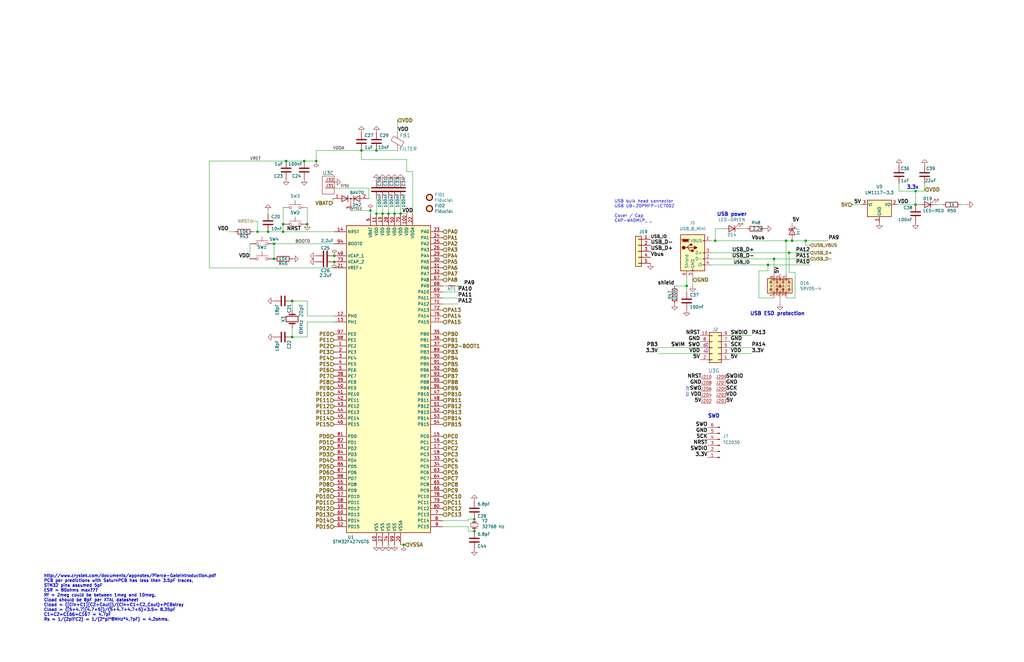
<source format=kicad_sch>
(kicad_sch (version 20211123) (generator eeschema)
  (paper "B")
  (title_block (title "microRusEFI-2L") (date "2022-04-10") (rev "R0.6.0") (company "rusEFI.com") (comment 1 "Donald Becker") (comment 2 "AI6OD"))
  (junction (at 123.19 142.24))
  (junction (at 133.35 67.945))
  (junction (at 332.74 106.68))
  (junction (at 140.97 107.95))
  (junction (at 166.37 90.17))
  (junction (at 168.91 90.17))
  (junction (at 163.83 90.17))
  (junction (at 161.29 90.17))
  (junction (at 323.85 111.76))
  (junction (at 119.38 94.615))
  (junction (at 140.97 110.49))
  (junction (at 113.03 97.79))
  (junction (at 119.38 97.79))
  (junction (at 158.75 63.5))
  (junction (at 170.18 229.87))
  (junction (at 301.625 101.6))
  (junction (at 123.19 127))
  (junction (at 156.21 88.9))
  (junction (at 386.08 86.36))
  (junction (at 120.65 67.945))
  (junction (at 331.47 101.6))
  (junction (at 152.4 63.5))
  (junction (at 128.27 67.945))
  (junction (at 200.025 224.155))
  (junction (at 158.75 90.17))
  (junction (at 326.39 109.22))
  (junction (at 129.54 94.615))
  (junction (at 386.08 80.645))
  (junction (at 115.57 102.87))
  (junction (at 115.57 109.22))
  (junction (at 339.725 101.6))
  (junction (at 200.025 219.075))
  (junction (at 108.585 97.79))
  (junction (at 289.56 120.65))
  (junction (at 334.01 101.6))
  (polyline (pts (xy 290.195 163.195) (xy 290.195 167.005)))
  (wire (pts (xy 170.18 229.87) (xy 170.815 229.87)))
  (wire (pts (xy 88.265 67.945) (xy 88.265 113.03)))
  (wire (pts (xy 163.83 90.17) (xy 166.37 90.17)))
  (wire (pts (xy 301.625 96.52) (xy 301.625 101.6)))
  (wire (pts (xy 128.27 67.945) (xy 133.35 67.945)))
  (wire (pts (xy 326.39 109.22) (xy 326.39 115.57)))
  (wire (pts (xy 320.04 125.73) (xy 326.39 125.73)))
  (wire (pts (xy 129.54 87.63) (xy 129.54 94.615)))
  (wire (pts (xy 123.19 127) (xy 123.19 130.81)))
  (wire (pts (xy 326.39 109.22) (xy 341.63 109.22)))
  (wire (pts (xy 405.13 86.36) (xy 407.67 86.36)))
  (wire (pts (xy 113.03 90.17) (xy 113.03 88.9)))
  (wire (pts (xy 129.54 127) (xy 129.54 133.35)))
  (wire (pts (xy 299.72 106.68) (xy 332.74 106.68)))
  (wire (pts (xy 186.69 128.27) (xy 193.04 128.27)))
  (polyline (pts (xy 290.195 167.005) (xy 289.56 167.005)))
  (wire (pts (xy 301.625 101.6) (xy 331.47 101.6)))
  (wire (pts (xy 119.38 87.63) (xy 119.38 94.615)))
  (wire (pts (xy 299.72 101.6) (xy 301.625 101.6)))
  (wire (pts (xy 379.095 80.645) (xy 386.08 80.645)))
  (wire (pts (xy 140.97 79.375) (xy 155.575 79.375)))
  (wire (pts (xy 289.56 116.84) (xy 289.56 120.65)))
  (wire (pts (xy 186.69 219.71) (xy 197.485 219.71)))
  (wire (pts (xy 389.89 80.645) (xy 386.08 80.645)))
  (wire (pts (xy 320.04 114.3) (xy 320.04 125.73)))
  (wire (pts (xy 389.89 77.47) (xy 389.89 80.645)))
  (wire (pts (xy 156.21 88.9) (xy 156.21 90.17)))
  (wire (pts (xy 119.38 97.79) (xy 140.97 97.79)))
  (wire (pts (xy 168.91 83.82) (xy 168.91 90.17)))
  (wire (pts (xy 152.4 63.5) (xy 152.4 67.31)))
  (wire (pts (xy 88.265 113.03) (xy 140.97 113.03)))
  (wire (pts (xy 105.41 109.22) (xy 105.41 102.87)))
  (polyline (pts (xy 289.56 167.005) (xy 289.56 163.195)))
  (wire (pts (xy 171.45 67.31) (xy 152.4 67.31)))
  (wire (pts (xy 155.575 79.375) (xy 155.575 83.82)))
  (wire (pts (xy 307.975 146.685) (xy 316.865 146.685)))
  (wire (pts (xy 323.85 114.3) (xy 323.85 111.76)))
  (wire (pts (xy 394.97 86.36) (xy 397.51 86.36)))
  (wire (pts (xy 386.08 86.36) (xy 387.35 86.36)))
  (wire (pts (xy 129.54 135.89) (xy 129.54 142.24)))
  (wire (pts (xy 140.335 83.82) (xy 140.335 85.725)))
  (wire (pts (xy 106.68 93.345) (xy 108.585 93.345)))
  (wire (pts (xy 108.585 93.345) (xy 108.585 97.79)))
  (wire (pts (xy 106.68 97.79) (xy 108.585 97.79)))
  (wire (pts (xy 99.06 97.79) (xy 96.52 97.79)))
  (wire (pts (xy 335.28 125.73) (xy 335.28 114.935)))
  (wire (pts (xy 378.46 86.36) (xy 386.08 86.36)))
  (wire (pts (xy 120.65 67.945) (xy 128.27 67.945)))
  (wire (pts (xy 133.35 63.5) (xy 133.35 67.945)))
  (wire (pts (xy 323.85 111.76) (xy 341.63 111.76)))
  (wire (pts (xy 186.69 125.73) (xy 193.04 125.73)))
  (wire (pts (xy 295.275 146.685) (xy 277.495 146.685)))
  (wire (pts (xy 331.47 101.6) (xy 331.47 115.57)))
  (wire (pts (xy 284.48 120.65) (xy 289.56 120.65)))
  (wire (pts (xy 119.38 94.615) (xy 119.38 97.79)))
  (wire (pts (xy 379.095 77.47) (xy 379.095 80.645)))
  (wire (pts (xy 173.99 72.39) (xy 171.45 72.39)))
  (wire (pts (xy 168.91 229.87) (xy 170.18 229.87)))
  (wire (pts (xy 115.57 102.87) (xy 140.97 102.87)))
  (wire (pts (xy 292.1 116.84) (xy 292.1 120.65)))
  (polyline (pts (xy 298.45 144.78) (xy 298.45 148.59)))
  (wire (pts (xy 88.265 67.945) (xy 120.65 67.945)))
  (wire (pts (xy 186.69 120.65) (xy 187.96 120.65)))
  (wire (pts (xy 323.85 114.3) (xy 320.04 114.3)))
  (wire (pts (xy 158.75 90.17) (xy 161.29 90.17)))
  (wire (pts (xy 331.47 125.73) (xy 335.28 125.73)))
  (wire (pts (xy 140.97 135.89) (xy 129.54 135.89)))
  (wire (pts (xy 161.29 83.82) (xy 161.29 90.17)))
  (wire (pts (xy 113.03 97.79) (xy 119.38 97.79)))
  (wire (pts (xy 171.45 67.31) (xy 171.45 72.39)))
  (wire (pts (xy 307.975 149.225) (xy 316.865 149.225)))
  (wire (pts (xy 289.56 120.65) (xy 289.56 123.19)))
  (polyline (pts (xy 298.45 148.59) (xy 297.815 148.59)))
  (wire (pts (xy 299.72 109.22) (xy 326.39 109.22)))
  (wire (pts (xy 173.99 90.17) (xy 173.99 72.39)))
  (wire (pts (xy 295.275 149.225) (xy 277.495 149.225)))
  (wire (pts (xy 133.35 63.5) (xy 152.4 63.5)))
  (wire (pts (xy 339.725 101.6) (xy 349.25 101.6)))
  (wire (pts (xy 386.08 80.645) (xy 386.08 86.36)))
  (polyline (pts (xy 297.815 148.59) (xy 297.815 144.78)))
  (wire (pts (xy 161.29 90.17) (xy 163.83 90.17)))
  (polyline (pts (xy 297.815 144.78) (xy 298.45 144.78)))
  (wire (pts (xy 108.585 97.79) (xy 113.03 97.79)))
  (wire (pts (xy 339.725 103.505) (xy 339.725 101.6)))
  (wire (pts (xy 332.74 106.68) (xy 341.63 106.68)))
  (wire (pts (xy 334.01 101.6) (xy 339.725 101.6)))
  (wire (pts (xy 186.69 222.25) (xy 197.485 222.25)))
  (wire (pts (xy 341.63 103.505) (xy 339.725 103.505)))
  (wire (pts (xy 197.485 219.71) (xy 197.485 219.075)))
  (wire (pts (xy 328.93 128.27) (xy 328.93 125.73)))
  (wire (pts (xy 197.485 219.075) (xy 200.025 219.075)))
  (wire (pts (xy 197.485 222.25) (xy 197.485 224.155)))
  (wire (pts (xy 167.64 50.8) (xy 167.64 55.88)))
  (wire (pts (xy 168.91 90.17) (xy 171.45 90.17)))
  (wire (pts (xy 140.97 133.35) (xy 129.54 133.35)))
  (wire (pts (xy 163.83 83.82) (xy 163.83 90.17)))
  (wire (pts (xy 115.57 109.22) (xy 115.57 102.87)))
  (wire (pts (xy 312.42 96.52) (xy 314.96 96.52)))
  (wire (pts (xy 301.625 96.52) (xy 304.8 96.52)))
  (wire (pts (xy 166.37 90.17) (xy 168.91 90.17)))
  (wire (pts (xy 123.19 138.43) (xy 123.19 142.24)))
  (wire (pts (xy 332.74 114.935) (xy 335.28 114.935)))
  (wire (pts (xy 363.22 86.36) (xy 359.41 86.36)))
  (wire (pts (xy 332.74 106.68) (xy 332.74 114.935)))
  (wire (pts (xy 331.47 101.6) (xy 334.01 101.6)))
  (wire (pts (xy 152.4 63.5) (xy 158.75 63.5)))
  (polyline (pts (xy 289.56 163.195) (xy 290.195 163.195)))
  (wire (pts (xy 129.54 127) (xy 123.19 127)))
  (wire (pts (xy 193.04 120.65) (xy 195.58 120.65)))
  (wire (pts (xy 129.54 142.24) (xy 123.19 142.24)))
  (wire (pts (xy 197.485 224.155) (xy 200.025 224.155)))
  (wire (pts (xy 158.75 63.5) (xy 167.64 63.5)))
  (wire (pts (xy 299.72 111.76) (xy 323.85 111.76)))
  (wire (pts (xy 307.975 141.605) (xy 316.865 141.605)))
  (wire (pts (xy 186.69 123.19) (xy 193.04 123.19)))
  (wire (pts (xy 147.955 88.9) (xy 156.21 88.9)))
  (wire (pts (xy 158.75 83.82) (xy 158.75 90.17)))
  (wire (pts (xy 166.37 83.82) (xy 166.37 90.17)))
  (text "SWD" (at 298.45 176.53 0) (effects (font (size 1.524 1.524) (thickness 0.3048) bold) (justify left bottom)))
  (text "USB bulk head connector\nUSB UB-20PMFP-LC7002\n\nCover / Cap\nCAP-WADMLP_ _" (at 259.08 93.98 0) (effects (font (size 1.27 1.27)) (justify left bottom)))
  (text "http://www.crystek.com/documents/appnotes/Pierce-GateIntroduction.pdf\nPCB per predictions with SaturnPCB has less then 3.5pF traces, \nSTM32 pins assumed 5pF\nESR = 80ohms max???\nRf = 2meg could be between 1meg and 10meg.\nCload should be 8pF per XTAL datasheet\nCload = ([Cin+C1][C2+Cout])/(Cin+C1+C2_Cout)+PCBstray\nCload = ([5+4.7][4.7+5])/(5+4.7+4.7+5)+3.5= 8.35pF\nC1=C2=C166=C167 = 4.7pF\nRs = 1/(2piFC2) = 1/(2*pi*8MHz*4.7pF) = 4.2ohms. " (at 18.415 262.255 0) (effects (font (size 1.27 1.27) (thickness 0.254) bold) (justify left bottom)))
  (text "3.3v" (at 382.27 80.01 0) (effects (font (size 1.524 1.524) (thickness 0.3048) bold) (justify left bottom)))
  (text "USB power" (at 302.26 91.44 0) (effects (font (size 1.524 1.524) (thickness 0.3048) bold) (justify left bottom)))
  (text "USB ESD protection" (at 316.23 133.35 0) (effects (font (size 1.524 1.524) (thickness 0.3048) bold) (justify left bottom)))
  (label "3.3V" (at 277.495 149.225 180) (effects (font (size 1.524 1.524) (thickness 0.3048) bold)))
  (label "GND" (at 298.45 182.88 180) (effects (font (size 1.524 1.524) (thickness 0.3048) bold)))
  (label "NRST" (at 295.275 141.605 180) (effects (font (size 1.524 1.524) (thickness 0.3048) bold)))
  (label "USB_D-" (at 274.32 103.505 0) (effects (font (size 1.524 1.524) (thickness 0.3048) bold)))
  (label "PA12" (at 193.04 128.27 0) (effects (font (size 1.524 1.524) (thickness 0.3048) bold)))
  (label "VDD" (at 169.545 90.17 0) (effects (font (size 1.524 1.524) (thickness 0.3048) bold)))
  (label "VDD" (at 378.46 86.36 0) (effects (font (size 1.524 1.524) (thickness 0.3048) bold)))
  (label "SCK" (at 298.45 185.42 180) (effects (font (size 1.524 1.524) (thickness 0.3048) bold)))
  (label "5V" (at 295.275 151.765 180) (effects (font (size 1.524 1.524) (thickness 0.3048) bold)))
  (label "3.3V" (at 316.865 149.225 0) (effects (font (size 1.524 1.524) (thickness 0.3048) bold)))
  (label "USB_ID" (at 274.32 100.965 0) (effects (font (thickness 0.254) bold)))
  (label "shield" (at 284.48 120.65 180) (effects (font (size 1.524 1.524) (thickness 0.3048) bold)))
  (label "SWO" (at 295.91 165.1 180) (effects (font (size 1.524 1.524) (thickness 0.3048) bold)))
  (label "SWDIO" (at 307.975 141.605 0) (effects (font (size 1.524 1.524) (thickness 0.3048) bold)))
  (label "VREF" (at 105.41 67.945 0))
  (label "Vrtc" (at 143.51 79.375 0))
  (label "NRST" (at 127 97.79 180) (effects (font (size 1.524 1.524) (thickness 0.3048) bold)))
  (label "USB_ID" (at 309.245 111.76 0) (effects (font (thickness 0.254) bold)))
  (label "SWIM" (at 288.925 146.685 180) (effects (font (size 1.524 1.524) (thickness 0.3048) bold)))
  (label "PA10" (at 193.04 123.19 0) (effects (font (size 1.524 1.524) (thickness 0.3048) bold)))
  (label "5V" (at 307.975 151.765 0) (effects (font (size 1.524 1.524) (thickness 0.3048) bold)))
  (label "SWO" (at 295.275 146.685 180) (effects (font (size 1.524 1.524) (thickness 0.3048) bold)))
  (label "GND" (at 295.275 144.145 180) (effects (font (size 1.524 1.524) (thickness 0.3048) bold)))
  (label "NRST" (at 298.45 187.96 180) (effects (font (size 1.524 1.524) (thickness 0.3048) bold)))
  (label "VDD" (at 307.975 149.225 0) (effects (font (size 1.524 1.524) (thickness 0.3048) bold)))
  (label "VDD" (at 295.275 149.225 180) (effects (font (size 1.524 1.524) (thickness 0.3048) bold)))
  (label "PB3" (at 277.495 146.685 180) (effects (font (size 1.524 1.524) (thickness 0.3048) bold)))
  (label "5V" (at 363.22 86.36 180) (effects (font (size 1.524 1.524) (thickness 0.3048) bold)))
  (label "GND" (at 306.07 162.56 0) (effects (font (size 1.524 1.524) (thickness 0.3048) bold)))
  (label "PA12" (at 341.63 106.68 180) (effects (font (size 1.524 1.524) (thickness 0.3048) bold)))
  (label "PA11" (at 193.04 125.73 0) (effects (font (size 1.524 1.524) (thickness 0.3048) bold)))
  (label "USB_D+" (at 274.32 106.045 0) (effects (font (size 1.524 1.524) (thickness 0.3048) bold)))
  (label "PA13" (at 316.865 141.605 0) (effects (font (size 1.524 1.524) (thickness 0.3048) bold)))
  (label "PA14" (at 316.865 146.685 0) (effects (font (size 1.524 1.524) (thickness 0.3048) bold)))
  (label "3.3V" (at 298.45 193.04 180) (effects (font (size 1.524 1.524) (thickness 0.3048) bold)))
  (label "SWDIO" (at 306.07 160.02 0) (effects (font (size 1.524 1.524) (thickness 0.3048) bold)))
  (label "Vrtcc" (at 147.955 88.9 0))
  (label "GND" (at 307.975 144.145 0) (effects (font (size 1.524 1.524) (thickness 0.3048) bold)))
  (label "PA11" (at 341.63 109.22 180) (effects (font (size 1.524 1.524) (thickness 0.3048) bold)))
  (label "SCK" (at 306.07 165.1 0) (effects (font (size 1.524 1.524) (thickness 0.3048) bold)))
  (label "5V" (at 306.07 170.18 0) (effects (font (size 1.524 1.524) (thickness 0.3048) bold)))
  (label "VDD" (at 105.41 109.22 180) (effects (font (size 1.524 1.524) (thickness 0.3048) bold)))
  (label "BOOT0" (at 124.46 102.87 0))
  (label "PA9" (at 349.25 101.6 0) (effects (font (size 1.524 1.524) (thickness 0.3048) bold)))
  (label "VDD" (at 295.91 167.64 180) (effects (font (size 1.524 1.524) (thickness 0.3048) bold)))
  (label "5V" (at 295.91 170.18 180) (effects (font (size 1.524 1.524) (thickness 0.3048) bold)))
  (label "NRST" (at 295.91 160.02 180) (effects (font (size 1.524 1.524) (thickness 0.3048) bold)))
  (label "5V" (at 334.01 93.98 0) (effects (font (size 1.524 1.524) (thickness 0.3048) bold)))
  (label "USB_D+" (at 308.61 106.68 0) (effects (font (size 1.524 1.524) (thickness 0.3048) bold)))
  (label "GND" (at 295.91 162.56 180) (effects (font (size 1.524 1.524) (thickness 0.3048) bold)))
  (label "Vbus" (at 274.32 108.585 0) (effects (font (size 1.524 1.524) (thickness 0.3048) bold)))
  (label "VDD" (at 96.52 97.79 180) (effects (font (size 1.524 1.524) (thickness 0.3048) bold)))
  (label "VDD" (at 167.64 55.88 0) (effects (font (size 1.524 1.524) (thickness 0.3048) bold)))
  (label "5V" (at 328.93 115.57 90) (effects (font (size 1.524 1.524) (thickness 0.3048) bold)))
  (label "SCK" (at 307.975 146.685 0) (effects (font (size 1.524 1.524) (thickness 0.3048) bold)))
  (label "SWO" (at 298.45 180.34 180) (effects (font (size 1.524 1.524) (thickness 0.3048) bold)))
  (label "SWDIO" (at 298.45 190.5 180) (effects (font (size 1.524 1.524) (thickness 0.3048) bold)))
  (label "VDD" (at 306.07 167.64 0) (effects (font (size 1.524 1.524) (thickness 0.3048) bold)))
  (label "PA10" (at 341.63 111.76 180) (effects (font (size 1.524 1.524) (thickness 0.3048) bold)))
  (label "Vbus" (at 322.58 101.6 180) (effects (font (size 1.524 1.524) (thickness 0.3048) bold)))
  (label "USB_D-" (at 308.61 109.22 0) (effects (font (size 1.524 1.524) (thickness 0.3048) bold)))
  (label "PA9" (at 195.58 120.65 0) (effects (font (size 1.524 1.524) (thickness 0.3048) bold)))
  (label "VDDA" (at 140.335 63.5 0))
  (hierarchical_label "PA2" (shape input) (at 186.69 102.87 0) (effects (font (size 1.524 1.524) (thickness 0.3048) bold)))
  (hierarchical_label "PD14" (shape input) (at 140.97 219.71 180) (effects (font (size 1.524 1.524) (thickness 0.3048) bold)))
  (hierarchical_label "PA5" (shape input) (at 186.69 110.49 0) (effects (font (size 1.524 1.524) (thickness 0.3048) bold)))
  (hierarchical_label "PB8" (shape input) (at 186.69 161.29 0) (effects (font (size 1.524 1.524) (thickness 0.3048) bold)))
  (hierarchical_label "PE3" (shape input) (at 140.97 148.59 180) (effects (font (size 1.524 1.524) (thickness 0.3048) bold)))
  (hierarchical_label "PD9" (shape input) (at 140.97 207.01 180) (effects (font (size 1.524 1.524) (thickness 0.3048) bold)))
  (hierarchical_label "USB_D-" (shape input) (at 341.63 109.22 0) (effects (font (thickness 0.254) bold)))
  (hierarchical_label "PA8" (shape input) (at 186.69 118.11 0) (effects (font (size 1.524 1.524) (thickness 0.3048) bold)))
  (hierarchical_label "PC1" (shape input) (at 186.69 186.69 0) (effects (font (size 1.524 1.524) (thickness 0.3048) bold)))
  (hierarchical_label "PE2" (shape input) (at 140.97 146.05 180) (effects (font (size 1.524 1.524) (thickness 0.3048) bold)))
  (hierarchical_label "5V" (shape input) (at 359.41 86.36 180) (effects (font (size 1.524 1.524) (thickness 0.3048) bold)))
  (hierarchical_label "PC12" (shape input) (at 186.69 214.63 0) (effects (font (size 1.524 1.524) (thickness 0.3048) bold)))
  (hierarchical_label "PE15" (shape input) (at 140.97 179.07 180) (effects (font (size 1.524 1.524) (thickness 0.3048) bold)))
  (hierarchical_label "USB_VBUS" (shape input) (at 341.63 103.505 0) (effects (font (thickness 0.254) bold)))
  (hierarchical_label "PA0" (shape input) (at 186.69 97.79 0) (effects (font (size 1.524 1.524) (thickness 0.3048) bold)))
  (hierarchical_label "PA15" (shape input) (at 186.69 135.89 0) (effects (font (size 1.524 1.524) (thickness 0.3048) bold)))
  (hierarchical_label "PC8" (shape input) (at 186.69 204.47 0) (effects (font (size 1.524 1.524) (thickness 0.3048) bold)))
  (hierarchical_label "PD11" (shape input) (at 140.97 212.09 180) (effects (font (size 1.524 1.524) (thickness 0.3048) bold)))
  (hierarchical_label "PE13" (shape input) (at 140.97 173.99 180) (effects (font (size 1.524 1.524) (thickness 0.3048) bold)))
  (hierarchical_label "PA1" (shape input) (at 186.69 100.33 0) (effects (font (size 1.524 1.524) (thickness 0.3048) bold)))
  (hierarchical_label "PD1" (shape input) (at 140.97 186.69 180) (effects (font (size 1.524 1.524) (thickness 0.3048) bold)))
  (hierarchical_label "PB5" (shape input) (at 186.69 153.67 0) (effects (font (size 1.524 1.524) (thickness 0.3048) bold)))
  (hierarchical_label "PC0" (shape input) (at 186.69 184.15 0) (effects (font (size 1.524 1.524) (thickness 0.3048) bold)))
  (hierarchical_label "VSSA" (shape input) (at 170.815 229.87 0) (effects (font (size 1.524 1.524) (thickness 0.3048) bold)))
  (hierarchical_label "PC6" (shape input) (at 186.69 199.39 0) (effects (font (size 1.524 1.524) (thickness 0.3048) bold)))
  (hierarchical_label "PD12" (shape input) (at 140.97 214.63 180) (effects (font (size 1.524 1.524) (thickness 0.3048) bold)))
  (hierarchical_label "PB3" (shape input) (at 186.69 148.59 0) (effects (font (size 1.524 1.524) (thickness 0.3048) bold)))
  (hierarchical_label "PE14" (shape input) (at 140.97 176.53 180) (effects (font (size 1.524 1.524) (thickness 0.3048) bold)))
  (hierarchical_label "PC9" (shape input) (at 186.69 207.01 0) (effects (font (size 1.524 1.524) (thickness 0.3048) bold)))
  (hierarchical_label "PD7" (shape input) (at 140.97 201.93 180) (effects (font (size 1.524 1.524) (thickness 0.3048) bold)))
  (hierarchical_label "PB0" (shape input) (at 186.69 140.97 0) (effects (font (size 1.524 1.524) (thickness 0.3048) bold)))
  (hierarchical_label "NRST" (shape bidirectional) (at 106.68 93.345 180))
  (hierarchical_label "PB9" (shape input) (at 186.69 163.83 0) (effects (font (size 1.524 1.524) (thickness 0.3048) bold)))
  (hierarchical_label "PD13" (shape input) (at 140.97 217.17 180) (effects (font (size 1.524 1.524) (thickness 0.3048) bold)))
  (hierarchical_label "PB13" (shape input) (at 186.69 173.99 0) (effects (font (size 1.524 1.524) (thickness 0.3048) bold)))
  (hierarchical_label "VDD" (shape input) (at 389.89 80.01 0) (effects (font (size 1.524 1.524) (thickness 0.3048) bold)))
  (hierarchical_label "PB1" (shape input) (at 186.69 143.51 0) (effects (font (size 1.524 1.524) (thickness 0.3048) bold)))
  (hierarchical_label "VDD" (shape input) (at 167.64 50.8 0) (effects (font (size 1.524 1.524) (thickness 0.3048) bold)))
  (hierarchical_label "PC10" (shape input) (at 186.69 209.55 0) (effects (font (size 1.524 1.524) (thickness 0.3048) bold)))
  (hierarchical_label "PE9" (shape input) (at 140.97 163.83 180) (effects (font (size 1.524 1.524) (thickness 0.3048) bold)))
  (hierarchical_label "PD0" (shape input) (at 140.97 184.15 180) (effects (font (size 1.524 1.524) (thickness 0.3048) bold)))
  (hierarchical_label "PA3" (shape input) (at 186.69 105.41 0) (effects (font (size 1.524 1.524) (thickness 0.3048) bold)))
  (hierarchical_label "PB4" (shape input) (at 186.69 151.13 0) (effects (font (size 1.524 1.524) (thickness 0.3048) bold)))
  (hierarchical_label "PB6" (shape input) (at 186.69 156.21 0) (effects (font (size 1.524 1.524) (thickness 0.3048) bold)))
  (hierarchical_label "PE5" (shape input) (at 140.97 153.67 180) (effects (font (size 1.524 1.524) (thickness 0.3048) bold)))
  (hierarchical_label "PE12" (shape input) (at 140.97 171.45 180) (effects (font (size 1.524 1.524) (thickness 0.3048) bold)))
  (hierarchical_label "PC5" (shape input) (at 186.69 196.85 0) (effects (font (size 1.524 1.524) (thickness 0.3048) bold)))
  (hierarchical_label "PC11" (shape input) (at 186.69 212.09 0) (effects (font (size 1.524 1.524) (thickness 0.3048) bold)))
  (hierarchical_label "PD4" (shape input) (at 140.97 194.31 180) (effects (font (size 1.524 1.524) (thickness 0.3048) bold)))
  (hierarchical_label "GND" (shape input) (at 292.1 118.11 0) (effects (font (size 1.524 1.524) (thickness 0.3048) bold)))
  (hierarchical_label "PE11" (shape input) (at 140.97 168.91 180) (effects (font (size 1.524 1.524) (thickness 0.3048) bold)))
  (hierarchical_label "PE4" (shape input) (at 140.97 151.13 180) (effects (font (size 1.524 1.524) (thickness 0.3048) bold)))
  (hierarchical_label "PA6" (shape input) (at 186.69 113.03 0) (effects (font (size 1.524 1.524) (thickness 0.3048) bold)))
  (hierarchical_label "PD10" (shape input) (at 140.97 209.55 180) (effects (font (size 1.524 1.524) (thickness 0.3048) bold)))
  (hierarchical_label "PD2" (shape input) (at 140.97 189.23 180) (effects (font (size 1.524 1.524) (thickness 0.3048) bold)))
  (hierarchical_label "PE6" (shape input) (at 140.97 156.21 180) (effects (font (size 1.524 1.524) (thickness 0.3048) bold)))
  (hierarchical_label "PC4" (shape input) (at 186.69 194.31 0) (effects (font (size 1.524 1.524) (thickness 0.3048) bold)))
  (hierarchical_label "PE0" (shape input) (at 140.97 140.97 180) (effects (font (size 1.524 1.524) (thickness 0.3048) bold)))
  (hierarchical_label "PD8" (shape input) (at 140.97 204.47 180) (effects (font (size 1.524 1.524) (thickness 0.3048) bold)))
  (hierarchical_label "PB15" (shape input) (at 186.69 179.07 0) (effects (font (size 1.524 1.524) (thickness 0.3048) bold)))
  (hierarchical_label "PB14" (shape input) (at 186.69 176.53 0) (effects (font (size 1.524 1.524) (thickness 0.3048) bold)))
  (hierarchical_label "PC7" (shape input) (at 186.69 201.93 0) (effects (font (size 1.524 1.524) (thickness 0.3048) bold)))
  (hierarchical_label "PE7" (shape input) (at 140.97 158.75 180) (effects (font (size 1.524 1.524) (thickness 0.3048) bold)))
  (hierarchical_label "PB2-BOOT1" (shape input) (at 186.69 146.05 0) (effects (font (size 1.524 1.524) (thickness 0.3048) bold)))
  (hierarchical_label "PC3" (shape input) (at 186.69 191.77 0) (effects (font (size 1.524 1.524) (thickness 0.3048) bold)))
  (hierarchical_label "PE1" (shape input) (at 140.97 143.51 180) (effects (font (size 1.524 1.524) (thickness 0.3048) bold)))
  (hierarchical_label "PB12" (shape input) (at 186.69 171.45 0) (effects (font (size 1.524 1.524) (thickness 0.3048) bold)))
  (hierarchical_label "PC2" (shape input) (at 186.69 189.23 0) (effects (font (size 1.524 1.524) (thickness 0.3048) bold)))
  (hierarchical_label "PD6" (shape input) (at 140.97 199.39 180) (effects (font (size 1.524 1.524) (thickness 0.3048) bold)))
  (hierarchical_label "PE8" (shape input) (at 140.97 161.29 180) (effects (font (size 1.524 1.524) (thickness 0.3048) bold)))
  (hierarchical_label "PA14" (shape input) (at 186.69 133.35 0) (effects (font (size 1.524 1.524) (thickness 0.3048) bold)))
  (hierarchical_label "PB11" (shape input) (at 186.69 168.91 0) (effects (font (size 1.524 1.524) (thickness 0.3048) bold)))
  (hierarchical_label "USB_D+" (shape input) (at 341.63 106.68 0) (effects (font (thickness 0.254) bold)))
  (hierarchical_label "PB7" (shape input) (at 186.69 158.75 0) (effects (font (size 1.524 1.524) (thickness 0.3048) bold)))
  (hierarchical_label "PD3" (shape input) (at 140.97 191.77 180) (effects (font (size 1.524 1.524) (thickness 0.3048) bold)))
  (hierarchical_label "PE10" (shape input) (at 140.97 166.37 180) (effects (font (size 1.524 1.524) (thickness 0.3048) bold)))
  (hierarchical_label "PA13" (shape input) (at 186.69 130.81 0) (effects (font (size 1.524 1.524) (thickness 0.3048) bold)))
  (hierarchical_label "PB10" (shape input) (at 186.69 166.37 0) (effects (font (size 1.524 1.524) (thickness 0.3048) bold)))
  (hierarchical_label "PC13" (shape input) (at 186.69 217.17 0) (effects (font (size 1.524 1.524) (thickness 0.3048) bold)))
  (hierarchical_label "PD5" (shape input) (at 140.97 196.85 180) (effects (font (size 1.524 1.524) (thickness 0.3048) bold)))
  (hierarchical_label "PA7" (shape input) (at 186.69 115.57 0) (effects (font (size 1.524 1.524) (thickness 0.3048) bold)))
  (hierarchical_label "VBAT" (shape input) (at 140.335 85.725 180) (effects (font (size 1.524 1.524) (thickness 0.3048) bold)))
  (hierarchical_label "PD15" (shape input) (at 140.97 222.25 180) (effects (font (size 1.524 1.524) (thickness 0.3048) bold)))
  (hierarchical_label "PA4" (shape input) (at 186.69 107.95 0) (effects (font (size 1.524 1.524) (thickness 0.3048) bold)))
  (symbol (lib_id "power:GND") (at 158.75 229.87 0) (unit 1)
    (property "Reference" "#PWR0108" (effects hide))
    (property "Value" "GND" (effects hide))
  )
  (symbol (lib_id "Device:C") (at 137.16 107.95 270) (unit 1)
    (property "Reference" "C25" (at 137.16 104.648 90))
    (property "Value" "2.2uF" (at 135.255 101.6 90) (effects (justify left)))
    (property "Footprint" "Capacitor_SMD:C_0603_1608Metric" (effects hide))
    (property "PageName" "stm32f407_board" (effects hide))
    (property "Part #" "GRM188R6YA225KA12D" (effects hide))
    (property "VEND" "DIGI" (effects hide))
    (property "VEND#" "490-7204-1-ND" (effects hide))
    (property "Manufacturer" "MURATA" (effects hide))
    (property "LCSC" "C23630" (effects hide))
  )
  (symbol (lib_id "Device:C") (at 137.16 110.49 270) (unit 1)
    (property "Reference" "C26" (at 137.16 114.173 90))
    (property "Value" "2.2uF" (at 134.62 116.205 90) (effects (justify left)))
    (property "Footprint" "Capacitor_SMD:C_0603_1608Metric" (effects hide))
    (property "PageName" "stm32f407_board" (effects hide))
    (property "LCSC" "C23630" (effects hide))
    (property "Part #" "GRM188R6YA225KA12D" (effects hide))
    (property "VEND" "DIGI" (effects hide))
    (property "VEND#" "490-7204-1-ND" (effects hide))
    (property "Manufacturer" "MURATA" (effects hide))
  )
  (symbol (lib_id "power:GND") (at 133.35 107.95 270) (unit 1)
    (property "Reference" "#PWR0111" (effects hide))
    (property "Value" "GND" (effects hide))
  )
  (symbol (lib_id "power:GND") (at 133.35 110.49 270) (unit 1)
    (property "Reference" "#PWR0112" (effects hide))
    (property "Value" "GND" (effects hide))
  )
  (symbol (lib_id "Device:Crystal") (at 123.19 134.62 90) (unit 1)
    (property "Reference" "X1" (at 119.38 134.62 0) (effects (font (size 1.524 1.524))))
    (property "Value" "8MHz 20pF" (at 127 134.62 0) (effects (font (size 1.524 1.524))))
    (property "Footprint" "Crystal:Crystal_SMD_5032-2Pin_5.0x3.2mm" (effects hide))
    (property "PageName" "stm32f407_board" (effects hide))
    (property "LCSC" "C115962" (effects hide))
  )
  (symbol (lib_id "Device:C") (at 152.4 59.69 0) (unit 1)
    (property "Reference" "C27" (at 153.67 57.15 0) (effects (justify left)))
    (property "Value" "1uF" (at 153.67 62.23 0) (effects (justify left)))
    (property "Footprint" "Capacitor_SMD:C_0603_1608Metric" (effects hide))
    (property "Part #" "UMK107BJ105KA-T" (effects hide))
    (property "VEND" "DIGI" (effects hide))
    (property "VEND#" "587-2400-1-ND" (effects hide))
    (property "Manufacturer" "Taiyo Yuden" (effects hide))
    (property "LCSC" "C15849" (effects hide))
  )
  (symbol (lib_id "Device:C") (at 158.75 59.69 0) (unit 1)
    (property "Reference" "C29" (at 160.02 57.15 0) (effects (justify left)))
    (property "Value" "10nF" (at 159.385 62.23 0) (effects (justify left)))
    (property "Footprint" "Capacitor_SMD:C_0603_1608Metric" (effects hide))
    (property "Part #" "C0603C103K1RACTU" (effects hide))
    (property "VEND" "DIGI" (effects hide))
    (property "VEND#" "399-3189-1-ND" (effects hide))
    (property "Manufacturer" "KEMET" (effects hide))
    (property "LCSC" "C57112" (effects hide))
  )
  (symbol (lib_id "power:GND") (at 158.75 55.88 180) (unit 1)
    (property "Reference" "#PWR0115" (effects hide))
    (property "Value" "GND" (effects hide))
  )
  (symbol (lib_id "Device:C") (at 166.37 80.01 0) (unit 1)
    (property "Reference" "C33" (at 167.64 78.74 90) (effects (justify left)))
    (property "Value" "100nF" (at 167.64 87.63 90) (effects (justify left)))
    (property "Footprint" "Capacitor_SMD:C_0603_1608Metric" (effects hide))
    (property "PageName" "stm32f407_board" (effects hide))
    (property "LCSC" "C14663" (effects hide))
    (property "Manufacturer" "KEMET" (effects hide))
    (property "Part #" "C0603C104J5RACTU" (effects hide))
    (property "VEND" "DIGI" (effects hide))
    (property "VEND#" "399-7844-1-ND" (effects hide))
  )
  (symbol (lib_id "power:GND") (at 166.37 76.2 180) (unit 1)
    (property "Reference" "#PWR0123" (effects hide))
    (property "Value" "GND" (effects hide))
  )
  (symbol (lib_id "Device:D_Schottky") (at 334.01 97.79 270) (unit 1)
    (property "Reference" "D17" (at 336.55 97.79 0) (effects (font (size 1.016 1.016))))
    (property "Value" "B5819W" (effects hide))
    (property "Footprint" "Diode_SMD:D_SOD-123" (effects hide))
    (property "LCSC" "C8598" (effects hide))
  )
  (symbol (lib_id "Device:Ferrite_Bead") (at 167.64 59.69 0) (unit 1)
    (property "Reference" "FB1" (at 170.815 57.15 0) (effects (font (size 1.524 1.524))))
    (property "Value" "FILTER" (at 172.085 62.865 0) (effects (font (size 1.524 1.524))))
    (property "Footprint" "Resistor_SMD:R_0603_1608Metric_Pad1.05x0.95mm_HandSolder" (effects hide))
    (property "PageName" "stm32f407_board" (effects hide))
    (property "Part #" "BLM21PG221SN1D" (effects hide))
    (property "VEND" "DIGI" (effects hide))
    (property "VEND#" "490-1054-1-ND" (effects hide))
    (property "Manufacturer" "Murata " (effects hide))
    (property "LCSC" "C1034" (effects hide))
  )
  (symbol (lib_id "power:GND") (at 163.83 229.87 0) (unit 1)
    (property "Reference" "#PWR0117" (effects hide))
    (property "Value" "GND" (effects hide))
  )
  (symbol (lib_id "power:GND") (at 152.4 55.88 180) (unit 1)
    (property "Reference" "#PWR0114" (effects hide))
    (property "Value" "GND" (effects hide))
  )
  (symbol (lib_id "Device:R") (at 102.87 97.79 90) (mirror x) (unit 1)
    (property "Reference" "R43" (at 102.87 99.822 90))
    (property "Value" "10K" (at 102.87 97.79 90))
    (property "Footprint" "Resistor_SMD:R_0603_1608Metric" (effects hide))
    (property "Datasheet" "TBD" (effects hide))
    (property "Part #" "RMCF0603JT10K0" (effects hide))
    (property "VEND" "DIGI" (effects hide))
    (property "VEND#" "RMCF0603JT10K0CT-ND" (effects hide))
    (property "Manufacturer" "StackPole" (effects hide))
    (property "LCSC" "C25804" (effects hide))
  )
  (symbol (lib_id "power:GND") (at 113.03 88.9 180) (unit 1)
    (property "Reference" "#PWR0120" (effects hide))
    (property "Value" "GND" (effects hide))
  )
  (symbol (lib_id "Device:C") (at 168.91 80.01 0) (unit 1)
    (property "Reference" "C34" (at 170.18 78.74 90) (effects (justify left)))
    (property "Value" "100nF" (at 170.18 87.63 90) (effects (justify left)))
    (property "Footprint" "Capacitor_SMD:C_0603_1608Metric" (effects hide))
    (property "PageName" "stm32f407_board" (effects hide))
    (property "LCSC" "C14663" (effects hide))
    (property "Manufacturer" "KEMET" (effects hide))
    (property "Part #" "C0603C104J5RACTU" (effects hide))
    (property "VEND" "DIGI" (effects hide))
    (property "VEND#" "399-7844-1-ND" (effects hide))
  )
  (symbol (lib_id "power:GND") (at 168.91 76.2 180) (unit 1)
    (property "Reference" "#PWR0122" (effects hide))
    (property "Value" "GND" (effects hide))
  )
  (symbol (lib_id "power:GND") (at 166.37 229.87 0) (unit 1)
    (property "Reference" "#PWR0125" (effects hide))
    (property "Value" "GND" (effects hide))
  )
  (symbol (lib_id "power:GND") (at 161.29 229.87 0) (unit 1)
    (property "Reference" "#PWR0127" (effects hide))
    (property "Value" "GND" (effects hide))
  )
  (symbol (lib_id "power:GND") (at 389.89 69.85 180) (unit 1)
    (property "Reference" "#PWR0101" (effects hide))
    (property "Value" "GND" (effects hide))
  )
  (symbol (lib_id "Device:C") (at 119.38 142.24 270) (unit 1)
    (property "Reference" "C22" (at 121.92 143.51 0) (effects (justify left)))
    (property "Value" "18pF" (at 116.84 143.51 0) (effects (justify left)))
    (property "Footprint" "Capacitor_SMD:C_0603_1608Metric" (effects hide))
    (property "PageName" "stm32f407_board" (effects hide))
    (property "Part #" "CL10C180JB8NNNC" (effects hide))
    (property "VEND" "DIGI" (effects hide))
    (property "VEND#" "1276-1089-1-ND" (effects hide))
    (property "LCSC" "C1647" (effects hide))
  )
  (symbol (lib_id "power:GND") (at 115.57 127 270) (unit 1)
    (property "Reference" "#PWR0141" (effects hide))
    (property "Value" "GND" (effects hide))
  )
  (symbol (lib_id "power:GND") (at 115.57 142.24 270) (unit 1)
    (property "Reference" "#PWR0157" (effects hide))
    (property "Value" "GND" (effects hide))
  )
  (symbol (lib_id "Device:R") (at 318.77 96.52 270) (mirror x) (unit 1)
    (property "Reference" "R48" (at 318.77 93.98 90))
    (property "Value" "2.2k" (at 319.405 96.52 90))
    (property "Footprint" "Resistor_SMD:R_0603_1608Metric" (effects hide))
    (property "PageName" "stm32f407_board" (effects hide))
    (property "Part #" "RMCF0603FT2K20" (effects hide))
    (property "VEND" "DIGI" (effects hide))
    (property "VEND#" "RMCF0603FT2K20CT-ND" (effects hide))
    (property "Manufacturer" "StackPole" (effects hide))
    (property "LCSC" "C4190" (effects hide))
  )
  (symbol (lib_id "power:GND") (at 322.58 96.52 90) (unit 1)
    (property "Reference" "#PWR0104" (effects hide))
    (property "Value" "GND" (effects hide))
  )
  (symbol (lib_id "power:GND") (at 328.93 128.27 0) (unit 1)
    (property "Reference" "#PWR0105" (effects hide))
    (property "Value" "GND" (effects hide))
  )
  (symbol (lib_id "Device:LED") (at 308.61 96.52 180) (unit 1)
    (property "Reference" "D14" (at 308.61 99.06 0))
    (property "Value" "LED-GREEN" (at 308.61 92.71 0))
    (property "Footprint" "LED_SMD:LED_0805_2012Metric" (effects hide))
    (property "PageName" "stm32f407_board" (effects hide))
    (property "LCSC" "C2297" (effects hide))
  )
  (symbol (lib_id "power:GND") (at 284.48 128.27 0) (unit 1)
    (property "Reference" "#PWR0143" (effects hide))
    (property "Value" "GND" (effects hide))
  )
  (symbol (lib_id "Device:C") (at 163.83 80.01 0) (unit 1)
    (property "Reference" "C32" (at 165.1 78.74 90) (effects (justify left)))
    (property "Value" "100nF" (at 165.1 87.63 90) (effects (justify left)))
    (property "Footprint" "Capacitor_SMD:C_0603_1608Metric" (effects hide))
    (property "PageName" "stm32f407_board" (effects hide))
    (property "LCSC" "C14663" (effects hide))
    (property "Manufacturer" "KEMET" (effects hide))
    (property "Part #" "C0603C104J5RACTU" (effects hide))
    (property "VEND" "DIGI" (effects hide))
    (property "VEND#" "399-7844-1-ND" (effects hide))
  )
  (symbol (lib_id "Device:C") (at 161.29 80.01 0) (unit 1)
    (property "Reference" "C31" (at 162.56 78.74 90) (effects (justify left)))
    (property "Value" "100nF" (at 162.56 87.63 90) (effects (justify left)))
    (property "Footprint" "Capacitor_SMD:C_0603_1608Metric" (effects hide))
    (property "PageName" "stm32f407_board" (effects hide))
    (property "LCSC" "C14663" (effects hide))
    (property "Manufacturer" "KEMET" (effects hide))
    (property "Part #" "C0603C104J5RACTU" (effects hide))
    (property "VEND" "DIGI" (effects hide))
    (property "VEND#" "399-7844-1-ND" (effects hide))
  )
  (symbol (lib_id "power:GND") (at 163.83 76.2 180) (unit 1)
    (property "Reference" "#PWR0129" (effects hide))
    (property "Value" "GND" (effects hide))
  )
  (symbol (lib_id "power:GND") (at 161.29 76.2 180) (unit 1)
    (property "Reference" "#PWR0131" (effects hide))
    (property "Value" "GND" (effects hide))
  )
  (symbol (lib_id "Device:C") (at 158.75 80.01 0) (unit 1)
    (property "Reference" "C30" (at 160.02 78.74 90) (effects (justify left)))
    (property "Value" "100nF" (at 160.02 87.63 90) (effects (justify left)))
    (property "Footprint" "Capacitor_SMD:C_0603_1608Metric" (effects hide))
    (property "PageName" "stm32f407_board" (effects hide))
    (property "LCSC" "C14663" (effects hide))
    (property "Manufacturer" "KEMET" (effects hide))
    (property "Part #" "C0603C104J5RACTU" (effects hide))
    (property "VEND" "DIGI" (effects hide))
    (property "VEND#" "399-7844-1-ND" (effects hide))
  )
  (symbol (lib_id "power:GND") (at 158.75 76.2 180) (unit 1)
    (property "Reference" "#PWR0132" (effects hide))
    (property "Value" "GND" (effects hide))
  )
  (symbol (lib_id "Device:LED") (at 391.16 86.36 180) (unit 1)
    (property "Reference" "D19" (at 391.16 83.82 0))
    (property "Value" "LED-RED" (at 393.7 88.9 0))
    (property "Footprint" "LED_SMD:LED_0603_1608Metric" (effects hide))
    (property "LCSC" "C2286" (effects hide))
  )
  (symbol (lib_id "power:GND") (at 407.67 86.36 90) (unit 1)
    (property "Reference" "#PWR0106" (effects hide))
    (property "Value" "GND" (effects hide))
  )
  (symbol (lib_id "Power_Protection:NUP4202") (at 328.93 120.65 0) (unit 1)
    (property "Reference" "D16" (at 337.312 119.4816 0) (effects (justify left)))
    (property "Value" "SRV05-4" (at 337.312 121.793 0) (effects (justify left)))
    (property "Footprint" "Package_TO_SOT_SMD:SOT-23-6" (effects hide))
    (property "LCSC" "C85364" (effects hide))
  )
  (symbol (lib_id "Device:C") (at 386.08 90.17 0) (mirror y) (unit 1)
    (property "Reference" "C38" (at 384.81 87.63 0) (effects (justify left)))
    (property "Value" "100nF" (at 384.81 92.71 0) (effects (justify left)))
    (property "Footprint" "Capacitor_SMD:C_0603_1608Metric" (effects hide))
    (property "PageName" "stm32f407_board" (effects hide))
    (property "Part #" "C0603C104J5RACTU" (effects hide))
    (property "VEND" "DIGI" (effects hide))
    (property "VEND#" "399-7844-1-ND" (effects hide))
    (property "Manufacturer" "KEMET" (effects hide))
    (property "LCSC" "C14663" (effects hide))
  )
  (symbol (lib_id "power:GND") (at 386.08 93.98 0) (unit 1)
    (property "Reference" "#PWR0107" (effects hide))
    (property "Value" "GND" (effects hide))
  )
  (symbol (lib_id "Device:R") (at 119.38 109.22 90) (mirror x) (unit 1)
    (property "Reference" "R45" (at 119.38 111.252 90))
    (property "Value" "10K" (at 119.38 109.22 90))
    (property "Footprint" "Resistor_SMD:R_0603_1608Metric" (effects hide))
    (property "Datasheet" "TBD" (effects hide))
    (property "Part #" "RMCF0603JT10K0" (effects hide))
    (property "VEND" "DIGI" (effects hide))
    (property "VEND#" "RMCF0603JT10K0CT-ND" (effects hide))
    (property "Manufacturer" "StackPole" (effects hide))
    (property "LCSC" "C25804" (effects hide))
  )
  (symbol (lib_id "Device:C") (at 120.65 71.755 180) (unit 1)
    (property "Reference" "C23" (at 119.38 74.295 0) (effects (justify left)))
    (property "Value" "1uF" (at 119.38 69.215 0) (effects (justify left)))
    (property "Footprint" "Capacitor_SMD:C_0603_1608Metric" (effects hide))
    (property "Part #" "UMK107BJ105KA-T" (effects hide))
    (property "VEND" "DIGI" (effects hide))
    (property "VEND#" "587-2400-1-ND" (effects hide))
    (property "Manufacturer" "Taiyo Yuden" (effects hide))
    (property "LCSC" "C15849" (effects hide))
  )
  (symbol (lib_id "Device:C") (at 128.27 71.755 180) (unit 1)
    (property "Reference" "C24" (at 127 74.295 0) (effects (justify left)))
    (property "Value" "100nF" (at 127.635 69.215 0) (effects (justify left)))
    (property "Footprint" "Capacitor_SMD:C_0603_1608Metric" (effects hide))
    (property "LCSC" "C14663" (effects hide))
    (property "Manufacturer" "KEMET" (effects hide))
    (property "Part #" "C0603C104J5RACTU" (effects hide))
    (property "VEND" "DIGI" (effects hide))
    (property "VEND#" "399-7844-1-ND" (effects hide))
  )
  (symbol (lib_id "power:GND") (at 120.65 75.565 0) (unit 1)
    (property "Reference" "#PWR0147" (effects hide))
    (property "Value" "GND" (effects hide))
  )
  (symbol (lib_id "power:GND") (at 128.27 75.565 0) (unit 1)
    (property "Reference" "#PWR0148" (effects hide))
    (property "Value" "GND" (effects hide))
  )
  (symbol (lib_id "Device:R") (at 401.32 86.36 270) (unit 1)
    (property "Reference" "R50" (at 401.32 88.9 90))
    (property "Value" "1k" (at 401.32 86.36 90))
    (property "Footprint" "Resistor_SMD:R_0603_1608Metric" (effects hide))
    (property "LCSC" "C21190" (effects hide))
    (property "Manufacturer" "StackPole" (effects hide))
    (property "Part #" "RMCF0603JJ1K00" (effects hide))
    (property "VEND" "DIGI" (effects hide))
    (property "VEND#" "RMCF0603JJ1K00CT-ND" (effects hide))
  )
  (symbol (lib_id "Device:C") (at 113.03 93.98 0) (unit 1)
    (property "Reference" "C20" (at 114.3 91.44 0) (effects (justify left)))
    (property "Value" "10nF" (at 114.3 96.52 0) (effects (justify left)))
    (property "Footprint" "Capacitor_SMD:C_0603_1608Metric" (effects hide))
    (property "Part #" "C0603C103K1RACTU" (effects hide))
    (property "VEND" "DIGI" (effects hide))
    (property "VEND#" "399-3189-1-ND" (effects hide))
    (property "Manufacturer" "KEMET" (effects hide))
    (property "LCSC" "C57112" (effects hide))
  )
  (symbol (lib_id "power:GND") (at 292.1 120.65 0) (unit 1)
    (property "Reference" "#PWR0102" (effects hide))
    (property "Value" "GND" (effects hide))
  )
  (symbol (lib_id "Device:C") (at 119.38 127 270) (unit 1)
    (property "Reference" "C21" (at 121.92 128.27 0) (effects (justify left)))
    (property "Value" "18pF" (at 116.84 128.27 0) (effects (justify left)))
    (property "Footprint" "Capacitor_SMD:C_0603_1608Metric" (effects hide))
    (property "PageName" "stm32f407_board" (effects hide))
    (property "Part #" "CL10C180JB8NNNC" (effects hide))
    (property "VEND" "DIGI" (effects hide))
    (property "VEND#" "1276-1089-1-ND" (effects hide))
    (property "LCSC" "C1647" (effects hide))
  )
  (symbol (lib_id "power:GND") (at 123.19 109.22 90) (unit 1)
    (property "Reference" "#PWR0190" (effects hide))
    (property "Value" "GND" (effects hide))
  )
  (symbol (lib_id "power:GND") (at 370.84 93.98 0) (unit 1)
    (property "Reference" "#PWR0103" (effects hide))
    (property "Value" "GND" (effects hide))
  )
  (symbol (lib_id "Device:C") (at 289.56 127 0) (unit 1)
    (property "Reference" "C37" (at 290.83 124.46 0) (effects (justify left)))
    (property "Value" "100nF" (at 290.83 129.54 0) (effects (justify left)))
    (property "Footprint" "Capacitor_SMD:C_0603_1608Metric" (effects hide))
    (property "PageName" "stm32f407_board" (effects hide))
    (property "Part #" "C0603C104J5RACTU" (effects hide))
    (property "VEND" "DIGI" (effects hide))
    (property "VEND#" "399-7844-1-ND" (effects hide))
    (property "Manufacturer" "KEMET" (effects hide))
    (property "LCSC" "C14663" (effects hide))
  )
  (symbol (lib_id "power:GND") (at 289.56 130.81 0) (unit 1)
    (property "Reference" "#PWR0144" (effects hide))
    (property "Value" "GND" (effects hide))
  )
  (symbol (lib_id "Device:R") (at 284.48 124.46 0) (mirror y) (unit 1)
    (property "Reference" "R47" (at 282.448 124.46 90))
    (property "Value" "100K" (at 284.48 124.46 90))
    (property "Footprint" "Resistor_SMD:R_0603_1608Metric" (effects hide))
    (property "PageName" "stm32f407_board" (effects hide))
    (property "VEND" "DIGI" (effects hide))
    (property "Part #" "RMCF0603JT100K" (effects hide))
    (property "VEND#" "RMCF0603JT100KCT-ND" (effects hide))
    (property "Manufacturer" "StackPole" (effects hide))
    (property "LCSC" "C25803" (effects hide))
  )
  (symbol (lib_id "Device:C") (at 389.89 73.66 0) (unit 1)
    (property "Reference" "C39" (at 392.43 71.12 0))
    (property "Value" "22uF" (at 392.43 76.2 0))
    (property "Footprint" "Capacitor_SMD:C_0603_1608Metric" (effects hide))
    (property "PageName" "stm32f407_board" (effects hide))
    (property "LCSC" "C59461" (effects hide))
  )
  (symbol (lib_id "Device:C") (at 379.095 73.66 0) (unit 1)
    (property "Reference" "C36" (at 381.635 71.12 0))
    (property "Value" "1uF" (at 381.635 76.2 0))
    (property "Footprint" "Capacitor_SMD:C_0603_1608Metric" (effects hide))
    (property "Part #" "UMK107BJ105KA-T" (effects hide))
    (property "VEND" "DIGI" (effects hide))
    (property "VEND#" "587-2400-1-ND" (effects hide))
    (property "Manufacturer" "Taiyo Yuden" (effects hide))
    (property "LCSC" "C15849" (effects hide))
  )
  (symbol (lib_id "power:GND") (at 379.095 69.85 180) (unit 1)
    (property "Reference" "#PWR0133" (effects hide))
    (property "Value" "GND" (effects hide))
  )
  (symbol (lib_id "Mechanical:Fiducial") (at 181.102 83.312 0) (unit 1)
    (property "Reference" "FID1" (at 183.261 82.1436 0) (effects (justify left)))
    (property "Value" "Fiducial" (at 183.261 84.455 0) (effects (justify left)))
    (property "Footprint" "Fiducial:Fiducial_0.5mm_Mask1mm" (effects hide))
    (property "Datasheet" "DNP" (effects hide))
    (property "Part #" "DNP" (effects hide))
    (property "VEND" "DNP" (effects hide))
    (property "VEND#" "DNP" (effects hide))
    (property "Manufacturer" "DNP" (effects hide))
  )
  (symbol (lib_id "Mechanical:Fiducial") (at 181.102 88.011 0) (unit 1)
    (property "Reference" "FID2" (at 183.261 86.8426 0) (effects (justify left)))
    (property "Value" "Fiducial" (at 183.261 89.154 0) (effects (justify left)))
    (property "Footprint" "Fiducial:Fiducial_0.5mm_Mask1mm" (effects hide))
    (property "Datasheet" "DNP" (effects hide))
    (property "Part #" "DNP" (effects hide))
    (property "VEND" "DNP" (effects hide))
    (property "VEND#" "DNP" (effects hide))
    (property "Manufacturer" "DNP" (effects hide))
  )
  (symbol (lib_id "power:PWR_FLAG") (at 140.97 107.95 0) (unit 1)
    (property "Reference" "#FLG0101" (effects hide))
    (property "Value" "PWR_FLAG" (effects hide))
  )
  (symbol (lib_id "power:PWR_FLAG") (at 140.97 110.49 180) (unit 1)
    (property "Reference" "#FLG0102" (effects hide))
    (property "Value" "PWR_FLAG" (effects hide))
  )
  (symbol (lib_id "power:PWR_FLAG") (at 133.35 67.945 180) (unit 1)
    (property "Reference" "#FLG0103" (effects hide))
    (property "Value" "PWR_FLAG" (effects hide))
  )
  (symbol (lib_id "MCU_ST_STM32F4:STM32F407VGTx") (at 163.83 158.75 0) (unit 1)
    (property "Reference" "U1" (at 147.955 226.695 0))
    (property "Value" "STM32F427VGT6" (at 147.955 228.6 0))
    (property "Footprint" "Package_QFP:LQFP-100_14x14mm_P0.5mm" (effects hide))
    (property "Datasheet" "http://www.st.com/st-web-ui/static/active/en/resource/technical/document/datasheet/DM00273119.pdf" (effects hide))
    (property "LCSC" "C117815" (effects hide))
    (property "Part #" "STM32F427VGT6" (effects hide))
    (property "Manufacturer" "ST" (effects hide))
  )
  (symbol (lib_id "Switch:SW_Push") (at 110.49 109.22 0) (unit 1)
    (property "Reference" "SW1" (at 110.49 104.3178 0))
    (property "Value" "SW_Push" (effects hide))
    (property "Footprint" "Button_Switch_SMD:SW_SPST_CK_RS282G05A3" (effects hide))
    (property "LCSC" "C398054" (effects hide))
  )
  (symbol (lib_id "Switch:SW_Push") (at 124.46 94.615 0) (unit 1)
    (property "Reference" "SW2" (at 124.46 89.7128 0))
    (property "Value" "SW_Push" (effects hide))
    (property "Footprint" "Button_Switch_SMD:SW_SPST_CK_RS282G05A3" (effects hide))
    (property "LCSC" "C398054" (effects hide))
  )
  (symbol (lib_id "power:GND") (at 129.54 94.615 0) (unit 1)
    (property "Reference" "#PWR0145" (effects hide))
    (property "Value" "GND" (effects hide))
  )
  (symbol (lib_id "Device:Net-Tie_2") (at 190.5 120.65 0) (unit 1)
    (property "Reference" "NT1" (at 190.5 121.92 0))
    (property "Value" "Net-Tie_2" (effects hide))
    (property "Footprint" "rusEFI_Ola:Net-Tie_2_8.5mil" (effects hide))
  )
  (symbol (lib_id "Regulator_Linear:LM1117-3.3") (at 370.84 86.36 0) (unit 1)
    (property "Reference" "U5" (at 370.84 78.74 0))
    (property "Value" "LM1117-3.3" (at 370.84 81.28 0))
    (property "Footprint" "Package_TO_SOT_SMD:SOT-223-3_TabPin2" (effects hide))
    (property "Datasheet" "http://www.ti.com/lit/ds/symlink/lm1117.pdf" (effects hide))
    (property "LCSC" "C6186" (effects hide))
  )
  (symbol (lib_id "power:PWR_FLAG") (at 170.18 229.87 180) (unit 1)
    (property "Reference" "#FLG0106" (effects hide))
    (property "Value" "PWR_FLAG" (effects hide))
  )
  (symbol (lib_id "Device:Crystal_Small") (at 200.025 221.615 270) (unit 1)
    (property "Reference" "Y2" (at 203.2 219.71 90) (effects (justify left)))
    (property "Value" "32768 Hz" (at 203.2 222.25 90) (effects (justify left)))
    (property "Footprint" "Crystal:Crystal_SMD_3215-2Pin_3.2x1.5mm" (effects hide))
    (property "LCSC" "C32346" (effects hide))
  )
  (symbol (lib_id "Device:C") (at 200.025 215.265 0) (mirror x) (unit 1)
    (property "Reference" "C28" (at 201.295 217.805 0) (effects (justify left)))
    (property "Value" "6.8pF" (at 201.295 212.725 0) (effects (justify left)))
    (property "Footprint" "Capacitor_SMD:C_0603_1608Metric" (effects hide))
    (property "PageName" "stm32f407_board" (effects hide))
    (property "LCSC" "C1679" (effects hide))
  )
  (symbol (lib_id "power:GND") (at 200.025 211.455 180) (unit 1)
    (property "Reference" "#PWR017" (effects hide))
    (property "Value" "GND" (effects hide))
  )
  (symbol (lib_id "power:GND") (at 200.025 231.775 0) (unit 1)
    (property "Reference" "#PWR018" (effects hide))
    (property "Value" "GND" (effects hide))
  )
  (symbol (lib_id "Device:C") (at 200.025 227.965 0) (mirror x) (unit 1)
    (property "Reference" "C44" (at 201.295 230.505 0) (effects (justify left)))
    (property "Value" "6.8pF" (at 201.295 225.425 0) (effects (justify left)))
    (property "Footprint" "Capacitor_SMD:C_0603_1608Metric" (effects hide))
    (property "PageName" "stm32f407_board" (effects hide))
    (property "LCSC" "C1679" (effects hide))
  )
  (symbol (lib_id "power:GND") (at 140.97 76.835 90) (unit 1)
    (property "Reference" "#PWR0151" (effects hide))
    (property "Value" "GND" (effects hide))
  )
  (symbol (lib_id "Diode:BAV70") (at 147.955 83.82 0) (unit 1)
    (property "Reference" "D42" (at 150.495 86.36 0))
    (property "Value" "BAV70" (at 150.495 81.28 0))
    (property "Footprint" "Package_TO_SOT_SMD:SOT-23" (effects hide))
    (property "Datasheet" "https://assets.nexperia.com/documents/data-sheet/BAV70_SER.pdf" (effects hide))
    (property "LCSC" "C82479" (effects hide))
  )
  (symbol (lib_id "power:PWR_FLAG") (at 156.21 88.9 0) (unit 1)
    (property "Reference" "#FLG0109" (effects hide))
    (property "Value" "PWR_FLAG" (effects hide))
  )
  (symbol (lib_id "Switch:SW_Push") (at 124.46 87.63 0) (unit 1)
    (property "Reference" "SW3" (at 124.46 82.7278 0))
    (property "Value" "SW_Push" (effects hide))
    (property "Footprint" "Button_Switch_SMD:SW_Push_SPST_NO_Alps_SKRK" (effects hide))
  )
  (symbol (lib_id "Switch:SW_Push") (at 110.49 102.87 0) (unit 1)
    (property "Reference" "SW4" (at 115.57 100.965 0))
    (property "Value" "SW_Push" (effects hide))
    (property "Footprint" "Button_Switch_SMD:SW_Push_SPST_NO_Alps_SKRK" (effects hide))
  )
  (symbol (lib_id "Connector:Conn_01x06_Male") (at 303.53 187.96 180) (unit 1)
    (property "Reference" "J7" (at 304.8 184.15 0) (effects (justify right)))
    (property "Value" "TC2030" (at 304.8 186.69 0) (effects (justify right)))
    (property "Footprint" "Connector:Tag-Connect_TC2030-IDC-NL_2x03_P1.27mm_Vertical" (effects hide))
  )
  (symbol (lib_id "rusefi_Molex_MRE_Connector:molex_48pin_MRE") (at 140.97 78.105 180) (unit 3)
    (property "Reference" "U3" (at 138.43 73.025 0) (effects (font (size 1.524 1.524))))
    (property "Value" "molex_48pin_MRE" (effects hide))
  )
  (symbol (lib_id "rusefi_Molex_MRE_Connector:molex_48pin_MRE") (at 323.85 165.1 180) (unit 7)
    (property "Reference" "U3" (at 300.99 156.4386 0) (effects (font (size 1.524 1.524))))
    (property "Value" "molex_48pin_MRE" (effects hide))
  )
  (symbol (lib_id "Connector_Generic:Conn_02x05_Odd_Even") (at 302.895 146.685 180) (unit 1)
    (property "Reference" "J2" (at 301.625 139.065 0))
    (property "Value" "Conn_02x05_Odd_Even" (effects hide))
    (property "Footprint" "Connector_PinSocket_2.54mm:PinSocket_2x05_P2.54mm_Vertical_SMD" (effects hide))
    (property "VEND" "MOUSER" (effects hide))
    (property "Manufacturer" "Amphenol" (effects hide))
    (property "Part #" "95278-801B10LF" (effects hide))
    (property "VEND#" "649-95278-801B10LF" (effects hide))
  )
  (symbol (lib_id "Connector_Generic:Conn_01x05") (at 269.24 106.045 0) (mirror y) (unit 1)
    (property "Reference" "J19" (at 271.3228 97.79 0))
    (property "Value" "Conn_01x06" (effects hide))
    (property "Footprint" "Connector_JST:JST_EH_B5B-EH-A_1x05_P2.50mm_Vertical" (effects hide))
  )
  (symbol (lib_id "power:GND") (at 274.32 111.125 0) (unit 1)
    (property "Reference" "#PWR026" (effects hide))
    (property "Value" "GND" (effects hide))
  )
  (symbol (lib_id "hellen-one-common:USB_B_Mini") (at 292.1 106.68 0) (unit 1)
    (property "Reference" "J1" (at 292.1 93.98 0))
    (property "Value" "USB_B_Mini" (at 292.1 96.52 0))
    (property "Footprint" "hellen-one-common:USB-MINI-B-VERTICAL" (effects hide))
    (property "LCSC" "C13453" (effects hide))
  )
)
</source>
